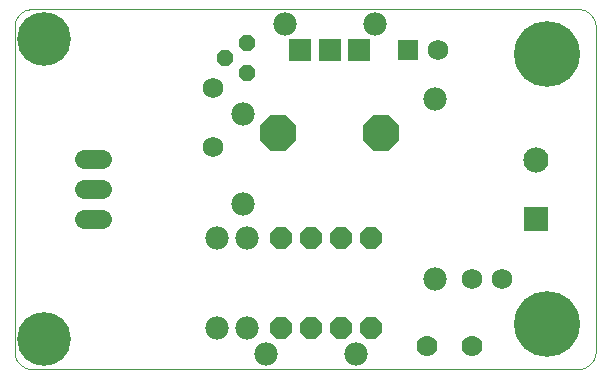
<source format=gts>
G75*
G70*
%OFA0B0*%
%FSLAX24Y24*%
%IPPOS*%
%LPD*%
%AMOC8*
5,1,8,0,0,1.08239X$1,22.5*
%
%ADD10C,0.0000*%
%ADD11OC8,0.0720*%
%ADD12C,0.0780*%
%ADD13C,0.0640*%
%ADD14C,0.2190*%
%ADD15R,0.0840X0.0840*%
%ADD16C,0.0840*%
%ADD17R,0.0780X0.0780*%
%ADD18OC8,0.1221*%
%ADD19C,0.0690*%
%ADD20C,0.0700*%
%ADD21R,0.0690X0.0690*%
%ADD22OC8,0.0560*%
%ADD23C,0.1790*%
D10*
X004225Y003191D02*
X004225Y014006D01*
X004227Y014052D01*
X004232Y014098D01*
X004241Y014144D01*
X004254Y014189D01*
X004270Y014232D01*
X004289Y014274D01*
X004312Y014315D01*
X004338Y014353D01*
X004367Y014390D01*
X004398Y014424D01*
X004432Y014455D01*
X004469Y014484D01*
X004507Y014510D01*
X004548Y014533D01*
X004590Y014552D01*
X004633Y014568D01*
X004678Y014581D01*
X004724Y014590D01*
X004770Y014595D01*
X004816Y014597D01*
X004816Y014596D02*
X023005Y014596D01*
X023005Y014597D02*
X023051Y014595D01*
X023097Y014590D01*
X023143Y014581D01*
X023188Y014568D01*
X023231Y014552D01*
X023273Y014533D01*
X023314Y014510D01*
X023352Y014484D01*
X023389Y014455D01*
X023423Y014424D01*
X023454Y014390D01*
X023483Y014353D01*
X023509Y014315D01*
X023532Y014274D01*
X023551Y014232D01*
X023567Y014189D01*
X023580Y014144D01*
X023589Y014098D01*
X023594Y014052D01*
X023596Y014006D01*
X023595Y014006D02*
X023595Y003191D01*
X023596Y003191D02*
X023594Y003145D01*
X023589Y003099D01*
X023580Y003053D01*
X023567Y003008D01*
X023551Y002965D01*
X023532Y002923D01*
X023509Y002882D01*
X023483Y002844D01*
X023454Y002807D01*
X023423Y002773D01*
X023389Y002742D01*
X023352Y002713D01*
X023314Y002687D01*
X023273Y002664D01*
X023231Y002645D01*
X023188Y002629D01*
X023143Y002616D01*
X023097Y002607D01*
X023051Y002602D01*
X023005Y002600D01*
X004816Y002600D01*
X004770Y002602D01*
X004724Y002607D01*
X004678Y002616D01*
X004633Y002629D01*
X004590Y002645D01*
X004548Y002664D01*
X004507Y002687D01*
X004469Y002713D01*
X004432Y002742D01*
X004398Y002773D01*
X004367Y002807D01*
X004338Y002844D01*
X004312Y002882D01*
X004289Y002923D01*
X004270Y002965D01*
X004254Y003008D01*
X004241Y003053D01*
X004232Y003099D01*
X004227Y003145D01*
X004225Y003191D01*
D11*
X013100Y003975D03*
X014100Y003975D03*
X015100Y003975D03*
X016100Y003975D03*
X016100Y006975D03*
X015100Y006975D03*
X014100Y006975D03*
X013100Y006975D03*
D12*
X011974Y006954D03*
X010975Y006954D03*
X011850Y008100D03*
X011850Y011100D03*
X013225Y014100D03*
X016225Y014100D03*
X018225Y011600D03*
X018225Y005600D03*
X015600Y003100D03*
X012600Y003100D03*
X011974Y003954D03*
X010975Y003954D03*
D13*
X007150Y007600D02*
X006550Y007600D01*
X006550Y008600D02*
X007150Y008600D01*
X007150Y009600D02*
X006550Y009600D01*
D14*
X021975Y013100D03*
X021975Y004100D03*
D15*
X021600Y007600D03*
D16*
X021600Y009569D03*
D17*
X015709Y013231D03*
X014725Y013231D03*
X013741Y013231D03*
D18*
X012993Y010475D03*
X016457Y010475D03*
D19*
X018350Y013225D03*
X010850Y011959D03*
X010850Y009991D03*
X019475Y005600D03*
X020475Y005600D03*
D20*
X019475Y003350D03*
X017975Y003350D03*
D21*
X017350Y013225D03*
D22*
X011975Y013475D03*
X011225Y012975D03*
X011975Y012475D03*
D23*
X005200Y013600D03*
X005200Y003600D03*
M02*

</source>
